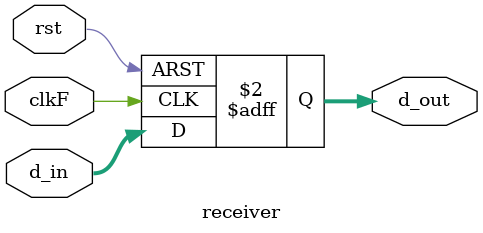
<source format=v>
module receiver(clkF,rst,d_in,d_out);
input clkF,rst;
input [7:0] d_in;
output reg [7:0] d_out;

always @(posedge clkF or posedge rst) 
	if(rst) d_out <= 8'b0;
	else d_out <= d_in;

endmodule

</source>
